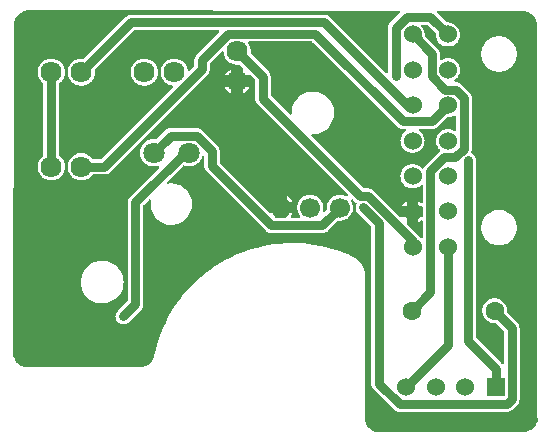
<source format=gbl>
G04 Layer: BottomLayer*
G04 EasyEDA v6.4.19.5, 2021-04-26T22:05:49--7:00*
G04 3865de02122e4a29b7e4d10c01c85813,debd25b7e7f645e7808fdd9718494454,10*
G04 Gerber Generator version 0.2*
G04 Scale: 100 percent, Rotated: No, Reflected: No *
G04 Dimensions in millimeters *
G04 leading zeros omitted , absolute positions ,4 integer and 5 decimal *
%FSLAX45Y45*%
%MOMM*%

%ADD11C,0.8000*%
%ADD12C,0.6100*%
%ADD16C,1.7000*%
%ADD17C,1.6000*%
%ADD18C,1.5240*%
%ADD20C,1.7880*%
%ADD21C,1.8000*%

%LPD*%
G36*
X9193123Y6262522D02*
G01*
X9189364Y6262928D01*
X9186062Y6264706D01*
X9178137Y6271056D01*
X9175800Y6273698D01*
X9169908Y6283401D01*
X9162999Y6291529D01*
X9075420Y6379159D01*
X9073235Y6382461D01*
X9072473Y6386322D01*
X9072473Y6445504D01*
X9013342Y6445504D01*
X9009430Y6446266D01*
X9006179Y6448450D01*
X8787130Y6667652D01*
X8779002Y6674612D01*
X8770213Y6679996D01*
X8760714Y6683908D01*
X8750706Y6686346D01*
X8740038Y6687159D01*
X8707272Y6687159D01*
X8703411Y6687972D01*
X8700109Y6690156D01*
X8261908Y7128357D01*
X8259673Y7131659D01*
X8258911Y7135622D01*
X8259775Y7139533D01*
X8262010Y7142835D01*
X8265414Y7145020D01*
X8269376Y7145680D01*
X8277910Y7145477D01*
X8296452Y7146899D01*
X8314740Y7150252D01*
X8332622Y7155434D01*
X8349843Y7162444D01*
X8366252Y7171181D01*
X8381695Y7181545D01*
X8395970Y7193483D01*
X8408924Y7206792D01*
X8420506Y7221372D01*
X8430463Y7237069D01*
X8438794Y7253731D01*
X8445347Y7271105D01*
X8450072Y7289088D01*
X8452967Y7307478D01*
X8453882Y7326020D01*
X8452967Y7344613D01*
X8450072Y7363002D01*
X8445347Y7380986D01*
X8438794Y7398359D01*
X8430463Y7415022D01*
X8420506Y7430719D01*
X8408924Y7445298D01*
X8395970Y7458608D01*
X8381695Y7470546D01*
X8366252Y7480909D01*
X8349843Y7489647D01*
X8332622Y7496657D01*
X8314740Y7501839D01*
X8296452Y7505192D01*
X8277910Y7506614D01*
X8259318Y7506157D01*
X8240877Y7503769D01*
X8222792Y7499502D01*
X8205216Y7493355D01*
X8188350Y7485481D01*
X8172399Y7475931D01*
X8157565Y7464755D01*
X8143900Y7452106D01*
X8131606Y7438136D01*
X8120837Y7422997D01*
X8111693Y7406792D01*
X8104225Y7389774D01*
X8098586Y7372045D01*
X8094776Y7353858D01*
X8092846Y7335367D01*
X8092846Y7321905D01*
X8092084Y7318044D01*
X8089900Y7314742D01*
X8086598Y7312558D01*
X8082686Y7311745D01*
X8078825Y7312558D01*
X8075523Y7314742D01*
X7920278Y7469987D01*
X7918094Y7473289D01*
X7917281Y7477150D01*
X7917281Y7629245D01*
X7916468Y7639913D01*
X7914081Y7649921D01*
X7910118Y7659420D01*
X7904734Y7668209D01*
X7897774Y7676337D01*
X7749540Y7824622D01*
X7747609Y7827264D01*
X7746644Y7830413D01*
X7747711Y7848600D01*
X7746847Y7863027D01*
X7744104Y7877200D01*
X7739634Y7890967D01*
X7733487Y7904022D01*
X7726121Y7915656D01*
X7724597Y7919720D01*
X7724952Y7924038D01*
X7727035Y7927797D01*
X7730490Y7930388D01*
X7734706Y7931302D01*
X8261705Y7931302D01*
X8265617Y7930489D01*
X8268868Y7928305D01*
X8986062Y7211415D01*
X8994190Y7204456D01*
X9002979Y7199071D01*
X9012478Y7195108D01*
X9022486Y7192721D01*
X9033154Y7191908D01*
X9052814Y7191908D01*
X9056878Y7191044D01*
X9060281Y7188606D01*
X9062415Y7185050D01*
X9062923Y7180935D01*
X9061754Y7176922D01*
X9059113Y7173772D01*
X9048597Y7165441D01*
X9039148Y7155688D01*
X9031071Y7144715D01*
X9024518Y7132777D01*
X9019641Y7120128D01*
X9016492Y7106869D01*
X9015120Y7093356D01*
X9015577Y7079742D01*
X9017863Y7066330D01*
X9021876Y7053325D01*
X9027617Y7040981D01*
X9034932Y7029551D01*
X9043720Y7019137D01*
X9053779Y7009993D01*
X9065006Y7002322D01*
X9077147Y6996175D01*
X9089999Y6991705D01*
X9103309Y6989013D01*
X9116923Y6988098D01*
X9130487Y6989013D01*
X9143796Y6991705D01*
X9156649Y6996175D01*
X9168790Y7002322D01*
X9180017Y7009993D01*
X9190075Y7019137D01*
X9198864Y7029551D01*
X9206179Y7040981D01*
X9211919Y7053325D01*
X9215932Y7066330D01*
X9218218Y7079742D01*
X9218676Y7093356D01*
X9217304Y7106869D01*
X9214154Y7120128D01*
X9209278Y7132777D01*
X9202724Y7144715D01*
X9194647Y7155688D01*
X9185198Y7165441D01*
X9174683Y7173772D01*
X9172041Y7176922D01*
X9170873Y7180935D01*
X9171381Y7185050D01*
X9173514Y7188606D01*
X9176918Y7191044D01*
X9180982Y7191908D01*
X9284055Y7191908D01*
X9294723Y7192721D01*
X9304731Y7195108D01*
X9314230Y7199071D01*
X9323019Y7204456D01*
X9331147Y7211415D01*
X9405162Y7285431D01*
X9408769Y7287717D01*
X9413036Y7288377D01*
X9416897Y7288123D01*
X9430461Y7288987D01*
X9443821Y7291730D01*
X9456674Y7296200D01*
X9468815Y7302296D01*
X9470339Y7303414D01*
X9474403Y7305040D01*
X9478772Y7304836D01*
X9482683Y7302753D01*
X9485325Y7299299D01*
X9486290Y7295032D01*
X9486290Y7184136D01*
X9485376Y7179970D01*
X9482886Y7176566D01*
X9479178Y7174433D01*
X9474962Y7174026D01*
X9470948Y7175398D01*
X9463735Y7179665D01*
X9451238Y7184948D01*
X9438081Y7188555D01*
X9424619Y7190384D01*
X9411004Y7190384D01*
X9397542Y7188555D01*
X9384436Y7184948D01*
X9371888Y7179665D01*
X9360204Y7172706D01*
X9349536Y7164273D01*
X9340037Y7154519D01*
X9332010Y7143546D01*
X9325457Y7131608D01*
X9320580Y7118959D01*
X9317431Y7105700D01*
X9316059Y7092188D01*
X9316516Y7078573D01*
X9318752Y7065162D01*
X9322816Y7052157D01*
X9328505Y7039813D01*
X9335820Y7028383D01*
X9344609Y7017969D01*
X9346742Y7016038D01*
X9349282Y7012584D01*
X9350095Y7008368D01*
X9349130Y7004202D01*
X9346539Y7000798D01*
X9339884Y6995058D01*
X9222079Y6877253D01*
X9215120Y6869175D01*
X9209125Y6859117D01*
X9206636Y6856374D01*
X9203385Y6854647D01*
X9199676Y6854240D01*
X9196120Y6855155D01*
X9193072Y6857288D01*
X9185198Y6865467D01*
X9174530Y6873900D01*
X9162846Y6880809D01*
X9150299Y6886143D01*
X9137192Y6889750D01*
X9123680Y6891528D01*
X9110116Y6891528D01*
X9096603Y6889750D01*
X9083497Y6886143D01*
X9070949Y6880809D01*
X9059265Y6873900D01*
X9048597Y6865467D01*
X9039148Y6855663D01*
X9031071Y6844741D01*
X9024518Y6832803D01*
X9019641Y6820103D01*
X9016492Y6806895D01*
X9015120Y6793331D01*
X9015577Y6779768D01*
X9017863Y6766306D01*
X9021876Y6753352D01*
X9027617Y6741007D01*
X9034932Y6729526D01*
X9043720Y6719163D01*
X9053779Y6710019D01*
X9065006Y6702298D01*
X9077147Y6696202D01*
X9089999Y6691731D01*
X9103309Y6688988D01*
X9116923Y6688124D01*
X9130487Y6688988D01*
X9143796Y6691731D01*
X9156649Y6696202D01*
X9168790Y6702298D01*
X9180017Y6710019D01*
X9185554Y6715048D01*
X9188907Y6717080D01*
X9192717Y6717690D01*
X9196527Y6716826D01*
X9199676Y6714591D01*
X9201810Y6711340D01*
X9202572Y6707530D01*
X9202572Y6572656D01*
X9201861Y6568948D01*
X9199829Y6565747D01*
X9196781Y6563512D01*
X9193174Y6562496D01*
X9189415Y6562953D01*
X9186062Y6564680D01*
X9174530Y6573875D01*
X9162846Y6580835D01*
X9161373Y6581444D01*
X9161373Y6534404D01*
X9192412Y6534404D01*
X9196273Y6533591D01*
X9199575Y6531406D01*
X9201759Y6528104D01*
X9202572Y6524244D01*
X9202572Y6455664D01*
X9201759Y6451752D01*
X9199575Y6448450D01*
X9196273Y6446266D01*
X9192412Y6445504D01*
X9161373Y6445504D01*
X9161373Y6398564D01*
X9168790Y6402324D01*
X9180017Y6409994D01*
X9185554Y6415074D01*
X9188907Y6417056D01*
X9192717Y6417665D01*
X9196527Y6416802D01*
X9199676Y6414566D01*
X9201810Y6411315D01*
X9202572Y6407505D01*
X9202572Y6272631D01*
X9201861Y6268923D01*
X9199829Y6265722D01*
X9196781Y6263487D01*
G37*

%LPC*%
G36*
X9025382Y6534404D02*
G01*
X9072473Y6534404D01*
X9072473Y6581444D01*
X9070949Y6580835D01*
X9059265Y6573875D01*
X9048597Y6565442D01*
X9039148Y6555689D01*
X9031071Y6544716D01*
G37*

%LPD*%
G36*
X8840165Y4620310D02*
G01*
X8824772Y4621225D01*
X8811006Y4623612D01*
X8797645Y4627524D01*
X8784793Y4632909D01*
X8772652Y4639716D01*
X8761323Y4647844D01*
X8750960Y4657191D01*
X8741714Y4667605D01*
X8733688Y4678984D01*
X8727033Y4691227D01*
X8721750Y4704130D01*
X8717940Y4717542D01*
X8715654Y4731308D01*
X8714892Y4745634D01*
X8714892Y5948273D01*
X8713927Y5966663D01*
X8710777Y5986119D01*
X8710015Y5989370D01*
X8705494Y6005118D01*
X8704376Y6008268D01*
X8698077Y6023457D01*
X8696604Y6026454D01*
X8688679Y6040780D01*
X8686901Y6043625D01*
X8677351Y6056985D01*
X8675268Y6059576D01*
X8664295Y6071819D01*
X8661958Y6074156D01*
X8649716Y6085078D01*
X8647074Y6087160D01*
X8633663Y6096609D01*
X8630869Y6098387D01*
X8614359Y6107328D01*
X8569655Y6127546D01*
X8524036Y6145987D01*
X8477707Y6162497D01*
X8430768Y6177076D01*
X8383270Y6189726D01*
X8335264Y6200394D01*
X8286851Y6209080D01*
X8238134Y6215735D01*
X8189214Y6220409D01*
X8140090Y6223101D01*
X8090916Y6223711D01*
X8041792Y6222339D01*
X7992719Y6218936D01*
X7943850Y6213500D01*
X7895234Y6206032D01*
X7846974Y6196584D01*
X7799171Y6185204D01*
X7751876Y6171793D01*
X7705140Y6156502D01*
X7659065Y6139281D01*
X7613751Y6120180D01*
X7569301Y6099200D01*
X7525715Y6076442D01*
X7483094Y6051905D01*
X7441539Y6025642D01*
X7401102Y5997651D01*
X7361834Y5968034D01*
X7323836Y5936843D01*
X7287158Y5904077D01*
X7251852Y5869889D01*
X7217968Y5834227D01*
X7185609Y5797194D01*
X7154824Y5758891D01*
X7125563Y5719368D01*
X7098030Y5678627D01*
X7072172Y5636818D01*
X7048042Y5593943D01*
X7025741Y5550154D01*
X7005218Y5505450D01*
X6986574Y5459984D01*
X6969810Y5413756D01*
X6954977Y5366867D01*
X6942074Y5319420D01*
X6931406Y5272836D01*
X6927342Y5257850D01*
X6922109Y5244744D01*
X6915403Y5232298D01*
X6907326Y5220665D01*
X6897979Y5210048D01*
X6887514Y5200548D01*
X6875983Y5192318D01*
X6863638Y5185410D01*
X6850583Y5180025D01*
X6836968Y5176113D01*
X6823049Y5173726D01*
X6808520Y5172913D01*
X5860694Y5172913D01*
X5845200Y5173878D01*
X5831484Y5176266D01*
X5818124Y5180177D01*
X5805271Y5185562D01*
X5793079Y5192369D01*
X5781751Y5200497D01*
X5771438Y5209794D01*
X5762193Y5220258D01*
X5754166Y5231638D01*
X5747461Y5243880D01*
X5742228Y5256784D01*
X5738418Y5270195D01*
X5736132Y5283911D01*
X5735370Y5298236D01*
X5740654Y8060232D01*
X5741822Y8068462D01*
X5742787Y8083803D01*
X5745175Y8097520D01*
X5749086Y8110931D01*
X5754471Y8123783D01*
X5761278Y8135924D01*
X5769406Y8147253D01*
X5778703Y8157616D01*
X5789168Y8166862D01*
X5800547Y8174837D01*
X5812790Y8181543D01*
X5825693Y8186826D01*
X5839104Y8190636D01*
X5852871Y8192871D01*
X5867349Y8193684D01*
X5875782Y8194852D01*
X9002064Y8192363D01*
X9005976Y8191550D01*
X9009227Y8189366D01*
X9011462Y8186064D01*
X9012224Y8182203D01*
X9011462Y8178292D01*
X9009227Y8174990D01*
X8928455Y8094167D01*
X8921496Y8086039D01*
X8916111Y8077250D01*
X8912148Y8067751D01*
X8909761Y8057743D01*
X8908948Y8047075D01*
X8908948Y7669936D01*
X8908135Y7666024D01*
X8905951Y7662773D01*
X8902649Y7660538D01*
X8898788Y7659776D01*
X8894876Y7660538D01*
X8891574Y7662773D01*
X8414969Y8139328D01*
X8406841Y8146288D01*
X8398052Y8151672D01*
X8388553Y8155635D01*
X8378545Y8158022D01*
X8367877Y8158835D01*
X6734708Y8158835D01*
X6724040Y8158022D01*
X6714032Y8155635D01*
X6704533Y8151672D01*
X6695744Y8146288D01*
X6687616Y8139328D01*
X6335877Y7787640D01*
X6333236Y7785709D01*
X6330086Y7784744D01*
X6311900Y7785811D01*
X6297472Y7784947D01*
X6283299Y7782204D01*
X6269532Y7777734D01*
X6256477Y7771587D01*
X6244285Y7763865D01*
X6233160Y7754670D01*
X6223254Y7744104D01*
X6214770Y7732420D01*
X6207810Y7719771D01*
X6202476Y7706359D01*
X6198920Y7692339D01*
X6197092Y7678013D01*
X6197092Y7663586D01*
X6198920Y7649260D01*
X6202476Y7635240D01*
X6207810Y7621828D01*
X6214770Y7609179D01*
X6223254Y7597495D01*
X6233160Y7586929D01*
X6244285Y7577734D01*
X6256477Y7570012D01*
X6269532Y7563866D01*
X6283299Y7559395D01*
X6297472Y7556652D01*
X6311900Y7555788D01*
X6326327Y7556652D01*
X6340500Y7559395D01*
X6354267Y7563866D01*
X6367322Y7570012D01*
X6379514Y7577734D01*
X6390640Y7586929D01*
X6400546Y7597495D01*
X6409029Y7609179D01*
X6415989Y7621828D01*
X6421323Y7635240D01*
X6424879Y7649260D01*
X6426708Y7663586D01*
X6426708Y7678013D01*
X6425692Y7686192D01*
X6425742Y7689240D01*
X6426758Y7692136D01*
X6428587Y7694625D01*
X6758533Y8024571D01*
X6761835Y8026755D01*
X6765696Y8027568D01*
X7472019Y8027568D01*
X7475931Y8026755D01*
X7479182Y8024571D01*
X7481417Y8021269D01*
X7482179Y8017408D01*
X7481417Y8013496D01*
X7479182Y8010194D01*
X7287869Y7818831D01*
X7280909Y7810703D01*
X7275525Y7801914D01*
X7271562Y7792415D01*
X7269175Y7782407D01*
X7268362Y7771739D01*
X7268362Y7728610D01*
X7267549Y7724749D01*
X7265365Y7721447D01*
X7229652Y7685735D01*
X7225842Y7683347D01*
X7221372Y7682788D01*
X7217156Y7684262D01*
X7213904Y7687411D01*
X7212279Y7692339D01*
X7208723Y7706359D01*
X7203389Y7719771D01*
X7196429Y7732420D01*
X7187946Y7744104D01*
X7178040Y7754670D01*
X7166914Y7763865D01*
X7154722Y7771587D01*
X7141667Y7777734D01*
X7127900Y7782204D01*
X7113727Y7784947D01*
X7099300Y7785811D01*
X7084872Y7784947D01*
X7070699Y7782204D01*
X7056932Y7777734D01*
X7043877Y7771587D01*
X7031685Y7763865D01*
X7020559Y7754670D01*
X7010653Y7744104D01*
X7002170Y7732420D01*
X6995210Y7719771D01*
X6989876Y7706359D01*
X6986320Y7692339D01*
X6984492Y7678013D01*
X6984492Y7663586D01*
X6986320Y7649260D01*
X6989876Y7635240D01*
X6995210Y7621828D01*
X7002170Y7609179D01*
X7010653Y7597495D01*
X7020559Y7586929D01*
X7031685Y7577734D01*
X7043877Y7570012D01*
X7056932Y7563866D01*
X7070699Y7559395D01*
X7079234Y7557770D01*
X7083247Y7556042D01*
X7086193Y7552791D01*
X7087463Y7548575D01*
X7086853Y7544257D01*
X7084517Y7540599D01*
X6483248Y6939330D01*
X6479946Y6937146D01*
X6476085Y6936333D01*
X6411264Y6936333D01*
X6408166Y6936841D01*
X6405321Y6938314D01*
X6403086Y6940550D01*
X6400546Y6944004D01*
X6390640Y6954570D01*
X6379514Y6963765D01*
X6367322Y6971487D01*
X6354267Y6977634D01*
X6340500Y6982104D01*
X6326327Y6984847D01*
X6311900Y6985711D01*
X6297472Y6984847D01*
X6283299Y6982104D01*
X6269532Y6977634D01*
X6256477Y6971487D01*
X6244285Y6963765D01*
X6233160Y6954570D01*
X6223254Y6944004D01*
X6214770Y6932320D01*
X6207810Y6919671D01*
X6202476Y6906259D01*
X6198920Y6892239D01*
X6197092Y6877913D01*
X6197092Y6863486D01*
X6198920Y6849160D01*
X6202476Y6835140D01*
X6207810Y6821728D01*
X6214770Y6809079D01*
X6223254Y6797395D01*
X6233160Y6786829D01*
X6244285Y6777634D01*
X6256477Y6769912D01*
X6269532Y6763766D01*
X6283299Y6759295D01*
X6297472Y6756552D01*
X6311900Y6755688D01*
X6326327Y6756552D01*
X6340500Y6759295D01*
X6354267Y6763766D01*
X6367322Y6769912D01*
X6379514Y6777634D01*
X6390640Y6786829D01*
X6400546Y6797395D01*
X6403086Y6800850D01*
X6405321Y6803085D01*
X6408166Y6804558D01*
X6411264Y6805066D01*
X6507073Y6805066D01*
X6517741Y6805879D01*
X6527749Y6808266D01*
X6537248Y6812229D01*
X6546037Y6817614D01*
X6554165Y6824573D01*
X7380122Y7650530D01*
X7387081Y7658658D01*
X7392466Y7667447D01*
X7396429Y7676946D01*
X7398816Y7686954D01*
X7399629Y7697622D01*
X7399629Y7740751D01*
X7400442Y7744612D01*
X7402626Y7747914D01*
X7500924Y7846212D01*
X7504125Y7848346D01*
X7507884Y7849158D01*
X7511694Y7848549D01*
X7514945Y7846517D01*
X7517282Y7843418D01*
X7518247Y7839659D01*
X7518552Y7834172D01*
X7521295Y7819999D01*
X7525766Y7806232D01*
X7531912Y7793177D01*
X7539634Y7780985D01*
X7548829Y7769859D01*
X7559395Y7759953D01*
X7571079Y7751470D01*
X7583728Y7744510D01*
X7597140Y7739176D01*
X7611160Y7735620D01*
X7625486Y7733792D01*
X7639913Y7733792D01*
X7648092Y7734808D01*
X7651140Y7734757D01*
X7654036Y7733741D01*
X7656525Y7731912D01*
X7680756Y7707680D01*
X7682992Y7704378D01*
X7683753Y7700518D01*
X7683753Y7645653D01*
X7738618Y7645653D01*
X7742478Y7644892D01*
X7745780Y7642656D01*
X7783017Y7605420D01*
X7785201Y7602118D01*
X7786014Y7598257D01*
X7786014Y7446162D01*
X7786827Y7435494D01*
X7789214Y7425486D01*
X7793177Y7415987D01*
X7798562Y7407198D01*
X7805521Y7399070D01*
X8569350Y6635242D01*
X8571636Y6631686D01*
X8572296Y6627520D01*
X8571179Y6623405D01*
X8568537Y6620154D01*
X8564778Y6618224D01*
X8560562Y6618020D01*
X8555685Y6620154D01*
X8542883Y6626301D01*
X8529421Y6630771D01*
X8515502Y6633464D01*
X8501380Y6634378D01*
X8487257Y6633464D01*
X8473338Y6630771D01*
X8459876Y6626301D01*
X8447074Y6620154D01*
X8435187Y6612381D01*
X8424418Y6603187D01*
X8414867Y6592722D01*
X8406790Y6581089D01*
X8400237Y6568541D01*
X8395309Y6555231D01*
X8392160Y6541414D01*
X8390788Y6527292D01*
X8391347Y6509308D01*
X8390382Y6506311D01*
X8388502Y6503720D01*
X8376462Y6491681D01*
X8372957Y6489395D01*
X8368741Y6488734D01*
X8364677Y6489852D01*
X8361375Y6492494D01*
X8359495Y6496253D01*
X8359292Y6500520D01*
X8361324Y6513118D01*
X8361781Y6527292D01*
X8360409Y6541414D01*
X8357260Y6555231D01*
X8352332Y6568541D01*
X8345779Y6581089D01*
X8337702Y6592722D01*
X8328152Y6603187D01*
X8317382Y6612381D01*
X8305495Y6620154D01*
X8292693Y6626301D01*
X8279231Y6630771D01*
X8265312Y6633464D01*
X8251190Y6634378D01*
X8237067Y6633464D01*
X8223148Y6630771D01*
X8209686Y6626301D01*
X8196884Y6620154D01*
X8184997Y6612381D01*
X8174228Y6603187D01*
X8164677Y6592722D01*
X8156600Y6581089D01*
X8150047Y6568541D01*
X8145119Y6555231D01*
X8141970Y6541414D01*
X8140598Y6527292D01*
X8141055Y6513118D01*
X8143341Y6499098D01*
X8147354Y6485534D01*
X8153095Y6472580D01*
X8160461Y6460439D01*
X8164169Y6455765D01*
X8165947Y6452412D01*
X8166353Y6448653D01*
X8165388Y6445046D01*
X8163153Y6441998D01*
X8159953Y6439966D01*
X8156244Y6439255D01*
X8096199Y6439255D01*
X8092490Y6439966D01*
X8089290Y6441998D01*
X8087055Y6445046D01*
X8086090Y6448653D01*
X8086496Y6452412D01*
X8088274Y6455765D01*
X8091982Y6460439D01*
X8099348Y6472580D01*
X8100364Y6474866D01*
X8050123Y6474866D01*
X8050123Y6449415D01*
X8049310Y6445554D01*
X8047126Y6442252D01*
X8043824Y6440068D01*
X8039963Y6439255D01*
X7962544Y6439255D01*
X7958683Y6440068D01*
X7955381Y6442252D01*
X7953197Y6445554D01*
X7952384Y6449415D01*
X7952384Y6474866D01*
X7918043Y6474866D01*
X7914182Y6475679D01*
X7910880Y6477863D01*
X7487970Y6900773D01*
X7485786Y6904075D01*
X7484973Y6907936D01*
X7484973Y7003135D01*
X7484160Y7013803D01*
X7481773Y7023811D01*
X7477810Y7033310D01*
X7472425Y7042099D01*
X7465466Y7050227D01*
X7335215Y7180478D01*
X7327087Y7187438D01*
X7318298Y7192822D01*
X7308799Y7196785D01*
X7298791Y7199172D01*
X7288123Y7199985D01*
X7070496Y7199985D01*
X7059879Y7199172D01*
X7049871Y7196785D01*
X7040372Y7192822D01*
X7031583Y7187488D01*
X7023404Y7180529D01*
X6948170Y7105396D01*
X6945680Y7103618D01*
X6942785Y7102602D01*
X6939737Y7102500D01*
X6931152Y7103618D01*
X6916623Y7103618D01*
X6902246Y7101789D01*
X6888175Y7098182D01*
X6874662Y7092848D01*
X6861962Y7085838D01*
X6850176Y7077303D01*
X6839610Y7067346D01*
X6830364Y7056170D01*
X6822592Y7043928D01*
X6816394Y7030770D01*
X6811924Y7016953D01*
X6809181Y7002678D01*
X6808266Y6988200D01*
X6809181Y6973722D01*
X6811924Y6959447D01*
X6816394Y6945630D01*
X6822592Y6932472D01*
X6830364Y6920230D01*
X6839610Y6909053D01*
X6850176Y6899097D01*
X6861962Y6890562D01*
X6874662Y6883552D01*
X6888175Y6878218D01*
X6902246Y6874611D01*
X6916623Y6872782D01*
X6931152Y6872782D01*
X6945579Y6874611D01*
X6958279Y6877862D01*
X6962698Y6878015D01*
X6966712Y6876338D01*
X6969658Y6873087D01*
X6970979Y6868871D01*
X6970369Y6864553D01*
X6968032Y6860844D01*
X6724446Y6617157D01*
X6717538Y6609029D01*
X6712153Y6600240D01*
X6708190Y6590741D01*
X6705803Y6580733D01*
X6704990Y6570065D01*
X6704990Y5736285D01*
X6704177Y5732424D01*
X6701993Y5729122D01*
X6621424Y5648756D01*
X6614464Y5640628D01*
X6609080Y5631840D01*
X6605117Y5622340D01*
X6602679Y5612333D01*
X6601866Y5602071D01*
X6602679Y5591759D01*
X6605066Y5581751D01*
X6608978Y5572252D01*
X6614363Y5563463D01*
X6621018Y5555640D01*
X6628841Y5548934D01*
X6637629Y5543550D01*
X6647129Y5539587D01*
X6657136Y5537149D01*
X6667398Y5536336D01*
X6677710Y5537149D01*
X6687718Y5539536D01*
X6697218Y5543448D01*
X6706006Y5548833D01*
X6714134Y5555792D01*
X6816699Y5658053D01*
X6823659Y5666181D01*
X6829044Y5674969D01*
X6833006Y5684469D01*
X6835444Y5694476D01*
X6836257Y5705246D01*
X6836257Y6539077D01*
X6837070Y6542989D01*
X6839254Y6546240D01*
X6883400Y6590487D01*
X6887057Y6592773D01*
X6891324Y6593433D01*
X6895439Y6592214D01*
X6898690Y6589420D01*
X6900519Y6585508D01*
X6900367Y6580225D01*
X6898487Y6562242D01*
X6898487Y6544157D01*
X6900367Y6526174D01*
X6904075Y6508445D01*
X6909562Y6491224D01*
X6916775Y6474663D01*
X6925716Y6458915D01*
X6936181Y6444183D01*
X6948119Y6430619D01*
X6961378Y6418326D01*
X6975856Y6407454D01*
X6991350Y6398158D01*
X7007707Y6390487D01*
X7024827Y6384544D01*
X7042403Y6380429D01*
X7060336Y6378092D01*
X7078421Y6377635D01*
X7096455Y6379006D01*
X7114235Y6382258D01*
X7131608Y6387287D01*
X7148372Y6394145D01*
X7164324Y6402628D01*
X7179309Y6412738D01*
X7193229Y6424320D01*
X7205827Y6437274D01*
X7217054Y6451447D01*
X7226757Y6466687D01*
X7234834Y6482842D01*
X7241235Y6499809D01*
X7245807Y6517284D01*
X7248601Y6535115D01*
X7249515Y6553200D01*
X7248601Y6571234D01*
X7245807Y6589115D01*
X7241235Y6606590D01*
X7234834Y6623558D01*
X7226757Y6639712D01*
X7217054Y6654952D01*
X7205827Y6669125D01*
X7193229Y6682079D01*
X7179309Y6693662D01*
X7164324Y6703771D01*
X7148372Y6712254D01*
X7131608Y6719112D01*
X7114235Y6724142D01*
X7096455Y6727393D01*
X7078421Y6728764D01*
X7060336Y6728307D01*
X7044944Y6726326D01*
X7040778Y6726631D01*
X7037070Y6728612D01*
X7034530Y6731914D01*
X7033463Y6735978D01*
X7034174Y6740093D01*
X7036460Y6743598D01*
X7171131Y6878370D01*
X7174382Y6880555D01*
X7178243Y6881368D01*
X7182103Y6880656D01*
X7188149Y6878218D01*
X7202220Y6874611D01*
X7216648Y6872782D01*
X7231176Y6872782D01*
X7245553Y6874611D01*
X7259624Y6878218D01*
X7273137Y6883552D01*
X7285837Y6890562D01*
X7297623Y6899097D01*
X7308189Y6909053D01*
X7317435Y6920230D01*
X7325207Y6932472D01*
X7331405Y6945630D01*
X7333843Y6953148D01*
X7335875Y6956704D01*
X7339126Y6959193D01*
X7343089Y6960158D01*
X7347102Y6959549D01*
X7350556Y6957364D01*
X7352893Y6954012D01*
X7353706Y6950049D01*
X7353706Y6876948D01*
X7354519Y6866280D01*
X7356906Y6856272D01*
X7360869Y6846773D01*
X7366253Y6837984D01*
X7373213Y6829856D01*
X7875574Y6327495D01*
X7883702Y6320536D01*
X7892491Y6315151D01*
X7901990Y6311188D01*
X7911998Y6308801D01*
X7922666Y6307988D01*
X8350859Y6307988D01*
X8361527Y6308801D01*
X8371535Y6311188D01*
X8381034Y6315151D01*
X8389823Y6320536D01*
X8397951Y6327495D01*
X8481466Y6411010D01*
X8483955Y6412839D01*
X8486902Y6413804D01*
X8489950Y6413906D01*
X8494268Y6413347D01*
X8508492Y6413347D01*
X8522512Y6415125D01*
X8536228Y6418732D01*
X8549386Y6424066D01*
X8561730Y6431026D01*
X8573109Y6439509D01*
X8583269Y6449364D01*
X8592108Y6460439D01*
X8599474Y6472580D01*
X8605215Y6485534D01*
X8609228Y6499098D01*
X8611514Y6513118D01*
X8611971Y6527292D01*
X8610600Y6541414D01*
X8607450Y6555231D01*
X8602522Y6568541D01*
X8596630Y6579819D01*
X8595512Y6583781D01*
X8596020Y6587845D01*
X8598103Y6591350D01*
X8601405Y6593789D01*
X8605367Y6594703D01*
X8609431Y6593992D01*
X8612835Y6591706D01*
X8629192Y6575399D01*
X8640572Y6565696D01*
X8642248Y6562547D01*
X8642756Y6558991D01*
X8641994Y6555536D01*
X8637828Y6545529D01*
X8635441Y6535521D01*
X8634628Y6525259D01*
X8635441Y6514998D01*
X8637828Y6504990D01*
X8641791Y6495491D01*
X8647176Y6486702D01*
X8654135Y6478574D01*
X8765235Y6367424D01*
X8767419Y6364122D01*
X8768232Y6360261D01*
X8768232Y5034178D01*
X8769045Y5023510D01*
X8771432Y5013502D01*
X8775395Y5004003D01*
X8780780Y4995214D01*
X8787739Y4987086D01*
X8960916Y4813909D01*
X8969044Y4806950D01*
X8977833Y4801565D01*
X8987332Y4797602D01*
X8997340Y4795215D01*
X9008008Y4794402D01*
X9913467Y4794402D01*
X9924135Y4795215D01*
X9934143Y4797602D01*
X9943642Y4801565D01*
X9952431Y4806950D01*
X9960559Y4813909D01*
X10003434Y4856784D01*
X10010394Y4864912D01*
X10015778Y4873701D01*
X10019741Y4883200D01*
X10022128Y4893208D01*
X10022941Y4903876D01*
X10022941Y5505297D01*
X10022128Y5515965D01*
X10019741Y5525973D01*
X10015778Y5535472D01*
X10010394Y5544261D01*
X10003434Y5552389D01*
X9919614Y5636260D01*
X9917277Y5639816D01*
X9916668Y5644083D01*
X9917176Y5651500D01*
X9916261Y5665266D01*
X9913569Y5678830D01*
X9909098Y5691936D01*
X9903002Y5704332D01*
X9895332Y5715812D01*
X9886238Y5726176D01*
X9875824Y5735320D01*
X9864344Y5742990D01*
X9851948Y5749086D01*
X9838842Y5753557D01*
X9825329Y5756249D01*
X9811512Y5757113D01*
X9797745Y5756249D01*
X9784181Y5753557D01*
X9771126Y5749086D01*
X9758730Y5742990D01*
X9747199Y5735320D01*
X9736836Y5726176D01*
X9727742Y5715812D01*
X9720021Y5704332D01*
X9713925Y5691936D01*
X9709505Y5678830D01*
X9706813Y5665266D01*
X9705898Y5651500D01*
X9706813Y5637733D01*
X9709505Y5624169D01*
X9713925Y5611063D01*
X9720021Y5598668D01*
X9727742Y5587187D01*
X9736836Y5576824D01*
X9747199Y5567680D01*
X9758730Y5560009D01*
X9771126Y5553913D01*
X9784181Y5549442D01*
X9797745Y5546750D01*
X9811512Y5545886D01*
X9818928Y5546344D01*
X9823145Y5545734D01*
X9826752Y5543397D01*
X9888677Y5481472D01*
X9890861Y5478170D01*
X9891674Y5474309D01*
X9891674Y5207050D01*
X9890810Y5203037D01*
X9888474Y5199684D01*
X9885019Y5197551D01*
X9880955Y5196890D01*
X9876993Y5197957D01*
X9873792Y5200446D01*
X9867544Y5207711D01*
X9658654Y5416397D01*
X9656470Y5419699D01*
X9655657Y5423611D01*
X9655657Y6924649D01*
X9654844Y6935317D01*
X9652457Y6945325D01*
X9648494Y6954824D01*
X9643110Y6963613D01*
X9636404Y6971436D01*
X9628581Y6978142D01*
X9619792Y6983526D01*
X9617811Y6984339D01*
X9614509Y6986574D01*
X9612274Y6989876D01*
X9611512Y6993788D01*
X9612325Y6997649D01*
X9614306Y7002475D01*
X9616744Y7012482D01*
X9617557Y7023252D01*
X9617557Y7453985D01*
X9616744Y7464653D01*
X9614357Y7474661D01*
X9610394Y7484160D01*
X9605010Y7492949D01*
X9598050Y7501077D01*
X9529775Y7569352D01*
X9521647Y7576312D01*
X9512858Y7581696D01*
X9503359Y7585659D01*
X9493402Y7588046D01*
X9481261Y7588910D01*
X9477248Y7590028D01*
X9474047Y7592669D01*
X9472168Y7596378D01*
X9471914Y7600543D01*
X9473336Y7604404D01*
X9476232Y7607401D01*
X9479991Y7609992D01*
X9490100Y7619136D01*
X9498888Y7629550D01*
X9506204Y7640980D01*
X9511944Y7653324D01*
X9515957Y7666329D01*
X9518243Y7679740D01*
X9518650Y7693355D01*
X9517329Y7706868D01*
X9514179Y7720126D01*
X9509252Y7732775D01*
X9502749Y7744714D01*
X9494672Y7755686D01*
X9485223Y7765440D01*
X9474555Y7773873D01*
X9462820Y7780832D01*
X9450324Y7786116D01*
X9437166Y7789722D01*
X9423704Y7791551D01*
X9410090Y7791551D01*
X9396628Y7789722D01*
X9383522Y7786116D01*
X9370974Y7780832D01*
X9365437Y7777530D01*
X9361424Y7776209D01*
X9357207Y7776616D01*
X9353499Y7778699D01*
X9351010Y7782153D01*
X9350095Y7786268D01*
X9350095Y7822031D01*
X9349282Y7832699D01*
X9346895Y7842707D01*
X9342932Y7852206D01*
X9337548Y7860995D01*
X9330588Y7869123D01*
X9221419Y7978190D01*
X9219133Y7981645D01*
X9218422Y7985709D01*
X9218676Y7993329D01*
X9217304Y8006892D01*
X9214154Y8020100D01*
X9209278Y8032800D01*
X9202724Y8044738D01*
X9194292Y8056067D01*
X9192158Y8059369D01*
X9191447Y8063230D01*
X9192260Y8067090D01*
X9194495Y8070342D01*
X9197746Y8072526D01*
X9201607Y8073288D01*
X9236303Y8073288D01*
X9240164Y8072475D01*
X9243466Y8070291D01*
X9312198Y8001558D01*
X9314586Y7997799D01*
X9315145Y7993329D01*
X9315602Y7979765D01*
X9317837Y7966354D01*
X9321850Y7953349D01*
X9327591Y7941005D01*
X9334906Y7929524D01*
X9343694Y7919161D01*
X9353804Y7910017D01*
X9364980Y7902295D01*
X9377121Y7896199D01*
X9389973Y7891729D01*
X9403334Y7889036D01*
X9416897Y7888122D01*
X9430461Y7889036D01*
X9443821Y7891729D01*
X9456674Y7896199D01*
X9468815Y7902295D01*
X9479991Y7910017D01*
X9490100Y7919161D01*
X9498888Y7929524D01*
X9506204Y7941005D01*
X9511944Y7953349D01*
X9515957Y7966354D01*
X9518243Y7979765D01*
X9518650Y7993329D01*
X9517329Y8006892D01*
X9514179Y8020100D01*
X9509252Y8032800D01*
X9502749Y8044738D01*
X9494672Y8055660D01*
X9485223Y8065465D01*
X9474555Y8073898D01*
X9462820Y8080806D01*
X9450324Y8086140D01*
X9437166Y8089747D01*
X9423704Y8091525D01*
X9412122Y8091525D01*
X9408261Y8092287D01*
X9404959Y8094522D01*
X9324746Y8174736D01*
X9322511Y8178038D01*
X9321749Y8181898D01*
X9322562Y8185810D01*
X9324746Y8189112D01*
X9328048Y8191296D01*
X9331909Y8192058D01*
X10030256Y8191500D01*
X10035032Y8190382D01*
X10041382Y8189518D01*
X10057079Y8189214D01*
X10071252Y8187283D01*
X10085120Y8183778D01*
X10098532Y8178647D01*
X10111232Y8172043D01*
X10123068Y8164017D01*
X10133888Y8154670D01*
X10143591Y8144103D01*
X10152024Y8132572D01*
X10159085Y8120075D01*
X10164622Y8106867D01*
X10168636Y8093151D01*
X10171023Y8079028D01*
X10172446Y8051038D01*
X10172446Y4763109D01*
X10173258Y4756505D01*
X10174935Y4751425D01*
X10177170Y4746599D01*
X10177881Y4744262D01*
X10178034Y4741824D01*
X10177576Y4734712D01*
X10175189Y4720996D01*
X10171277Y4707585D01*
X10165892Y4694732D01*
X10159085Y4682591D01*
X10150957Y4671263D01*
X10141610Y4660900D01*
X10131196Y4651654D01*
X10119766Y4643678D01*
X10107574Y4636973D01*
X10094671Y4631690D01*
X10081260Y4627880D01*
X10067493Y4625644D01*
X10053218Y4624832D01*
X10048494Y4624120D01*
X10043363Y4623003D01*
G37*

%LPC*%
G36*
X6494373Y5712206D02*
G01*
X6512915Y5713628D01*
X6531203Y5716981D01*
X6549034Y5722162D01*
X6566255Y5729173D01*
X6582714Y5737910D01*
X6598107Y5748324D01*
X6612381Y5760212D01*
X6625386Y5773572D01*
X6636918Y5788152D01*
X6646925Y5803849D01*
X6655206Y5820460D01*
X6661810Y5837885D01*
X6666534Y5855868D01*
X6669379Y5874207D01*
X6670344Y5892800D01*
X6669379Y5911392D01*
X6666534Y5929731D01*
X6661810Y5947714D01*
X6655206Y5965139D01*
X6646925Y5981750D01*
X6636918Y5997448D01*
X6625386Y6012027D01*
X6612381Y6025388D01*
X6598107Y6037275D01*
X6582714Y6047689D01*
X6566255Y6056426D01*
X6549034Y6063437D01*
X6531203Y6068618D01*
X6512915Y6071920D01*
X6494373Y6073394D01*
X6475780Y6072886D01*
X6457289Y6070498D01*
X6439204Y6066231D01*
X6421628Y6060135D01*
X6404813Y6052261D01*
X6388862Y6042660D01*
X6373977Y6031534D01*
X6360312Y6018885D01*
X6348069Y6004915D01*
X6337300Y5989726D01*
X6328105Y5973572D01*
X6320688Y5956503D01*
X6314998Y5938824D01*
X6311188Y5920587D01*
X6309309Y5902096D01*
X6309309Y5883503D01*
X6311188Y5865012D01*
X6314998Y5846775D01*
X6320688Y5829096D01*
X6328105Y5812028D01*
X6337300Y5795873D01*
X6348069Y5780684D01*
X6360312Y5766714D01*
X6373977Y5754065D01*
X6388862Y5742940D01*
X6404813Y5733338D01*
X6421628Y5725464D01*
X6439204Y5719368D01*
X6457289Y5715101D01*
X6475780Y5712714D01*
G37*
G36*
X9849358Y6204254D02*
G01*
X9866223Y6205220D01*
X9882835Y6208064D01*
X9899091Y6212738D01*
X9914686Y6219190D01*
X9929469Y6227368D01*
X9943236Y6237122D01*
X9955834Y6248400D01*
X9967112Y6260998D01*
X9976866Y6274765D01*
X9985044Y6289548D01*
X9991496Y6305143D01*
X9996170Y6321399D01*
X9999014Y6338011D01*
X9999980Y6354876D01*
X9999014Y6371793D01*
X9996170Y6388404D01*
X9991496Y6404660D01*
X9985044Y6420256D01*
X9976866Y6435039D01*
X9967112Y6448806D01*
X9955834Y6461404D01*
X9943236Y6472682D01*
X9929469Y6482435D01*
X9914686Y6490614D01*
X9899091Y6497066D01*
X9882835Y6501739D01*
X9866223Y6504584D01*
X9849358Y6505549D01*
X9832441Y6504584D01*
X9815830Y6501739D01*
X9799574Y6497066D01*
X9783978Y6490614D01*
X9769195Y6482435D01*
X9755428Y6472682D01*
X9742830Y6461404D01*
X9731552Y6448806D01*
X9721799Y6435039D01*
X9713620Y6420256D01*
X9707168Y6404660D01*
X9702495Y6388404D01*
X9699650Y6371793D01*
X9698685Y6354876D01*
X9699650Y6338011D01*
X9702495Y6321399D01*
X9707168Y6305143D01*
X9713620Y6289548D01*
X9721799Y6274765D01*
X9731552Y6260998D01*
X9742830Y6248400D01*
X9755428Y6237122D01*
X9769195Y6227368D01*
X9783978Y6219190D01*
X9799574Y6212738D01*
X9815830Y6208064D01*
X9832441Y6205220D01*
G37*
G36*
X7902194Y6572605D02*
G01*
X7952384Y6572605D01*
X7952384Y6622745D01*
X7946948Y6620154D01*
X7935061Y6612381D01*
X7924292Y6603187D01*
X7914741Y6592722D01*
X7906664Y6581089D01*
G37*
G36*
X8050123Y6572605D02*
G01*
X8100314Y6572605D01*
X8095843Y6581089D01*
X8087766Y6592722D01*
X8078216Y6603187D01*
X8067446Y6612381D01*
X8055559Y6620154D01*
X8050123Y6622745D01*
G37*
G36*
X6057900Y6755688D02*
G01*
X6072327Y6756552D01*
X6086500Y6759295D01*
X6100267Y6763766D01*
X6113322Y6769912D01*
X6125514Y6777634D01*
X6136640Y6786829D01*
X6146546Y6797395D01*
X6155029Y6809079D01*
X6161989Y6821728D01*
X6167323Y6835140D01*
X6170879Y6849160D01*
X6172708Y6863486D01*
X6172708Y6877913D01*
X6170879Y6892239D01*
X6167323Y6906259D01*
X6161989Y6919671D01*
X6155029Y6932320D01*
X6146546Y6944004D01*
X6136640Y6954570D01*
X6127242Y6962343D01*
X6124498Y6965848D01*
X6123533Y6970166D01*
X6123533Y7571333D01*
X6124498Y7575651D01*
X6127242Y7579156D01*
X6136640Y7586929D01*
X6146546Y7597495D01*
X6155029Y7609179D01*
X6161989Y7621828D01*
X6167323Y7635240D01*
X6170879Y7649260D01*
X6172708Y7663586D01*
X6172708Y7678013D01*
X6170879Y7692339D01*
X6167323Y7706359D01*
X6161989Y7719771D01*
X6155029Y7732420D01*
X6146546Y7744104D01*
X6136640Y7754670D01*
X6125514Y7763865D01*
X6113322Y7771587D01*
X6100267Y7777734D01*
X6086500Y7782204D01*
X6072327Y7784947D01*
X6057900Y7785811D01*
X6043472Y7784947D01*
X6029299Y7782204D01*
X6015532Y7777734D01*
X6002477Y7771587D01*
X5990285Y7763865D01*
X5979160Y7754670D01*
X5969254Y7744104D01*
X5960770Y7732420D01*
X5953810Y7719771D01*
X5948476Y7706359D01*
X5944920Y7692339D01*
X5943092Y7678013D01*
X5943092Y7663586D01*
X5944920Y7649260D01*
X5948476Y7635240D01*
X5953810Y7621828D01*
X5960770Y7609179D01*
X5969254Y7597495D01*
X5979160Y7586929D01*
X5988558Y7579156D01*
X5991301Y7575651D01*
X5992266Y7571333D01*
X5992266Y6970166D01*
X5991301Y6965848D01*
X5988558Y6962343D01*
X5979160Y6954570D01*
X5969254Y6944004D01*
X5960770Y6932320D01*
X5953810Y6919671D01*
X5948476Y6906259D01*
X5944920Y6892239D01*
X5943092Y6877913D01*
X5943092Y6863486D01*
X5944920Y6849160D01*
X5948476Y6835140D01*
X5953810Y6821728D01*
X5960770Y6809079D01*
X5969254Y6797395D01*
X5979160Y6786829D01*
X5990285Y6777634D01*
X6002477Y6769912D01*
X6015532Y6763766D01*
X6029299Y6759295D01*
X6043472Y6756552D01*
G37*
G36*
X7581646Y7491628D02*
G01*
X7581646Y7543546D01*
X7529830Y7543546D01*
X7531912Y7539177D01*
X7539634Y7526985D01*
X7548829Y7515859D01*
X7559395Y7505953D01*
X7571079Y7497470D01*
G37*
G36*
X7683753Y7491628D02*
G01*
X7694320Y7497470D01*
X7706004Y7505953D01*
X7716570Y7515859D01*
X7725765Y7526985D01*
X7733487Y7539177D01*
X7735570Y7543546D01*
X7683753Y7543546D01*
G37*
G36*
X6845300Y7555788D02*
G01*
X6859727Y7556652D01*
X6873900Y7559395D01*
X6887667Y7563866D01*
X6900722Y7570012D01*
X6912914Y7577734D01*
X6924040Y7586929D01*
X6933946Y7597495D01*
X6942429Y7609179D01*
X6949389Y7621828D01*
X6954723Y7635240D01*
X6958279Y7649260D01*
X6960108Y7663586D01*
X6960108Y7678013D01*
X6958279Y7692339D01*
X6954723Y7706359D01*
X6949389Y7719771D01*
X6942429Y7732420D01*
X6933946Y7744104D01*
X6924040Y7754670D01*
X6912914Y7763865D01*
X6900722Y7771587D01*
X6887667Y7777734D01*
X6873900Y7782204D01*
X6859727Y7784947D01*
X6845300Y7785811D01*
X6830872Y7784947D01*
X6816699Y7782204D01*
X6802932Y7777734D01*
X6789877Y7771587D01*
X6777685Y7763865D01*
X6766559Y7754670D01*
X6756653Y7744104D01*
X6748170Y7732420D01*
X6741210Y7719771D01*
X6735876Y7706359D01*
X6732320Y7692339D01*
X6730492Y7678013D01*
X6730492Y7663586D01*
X6732320Y7649260D01*
X6735876Y7635240D01*
X6741210Y7621828D01*
X6748170Y7609179D01*
X6756653Y7597495D01*
X6766559Y7586929D01*
X6777685Y7577734D01*
X6789877Y7570012D01*
X6802932Y7563866D01*
X6816699Y7559395D01*
X6830872Y7556652D01*
G37*
G36*
X7529830Y7645653D02*
G01*
X7581646Y7645653D01*
X7581646Y7697571D01*
X7571079Y7691729D01*
X7559395Y7683246D01*
X7548829Y7673340D01*
X7539634Y7662214D01*
X7531912Y7650022D01*
G37*
G36*
X9848291Y7673848D02*
G01*
X9865156Y7674762D01*
X9881819Y7677607D01*
X9898024Y7682280D01*
X9913670Y7688732D01*
X9928453Y7696911D01*
X9942220Y7706715D01*
X9954818Y7717942D01*
X9966045Y7730540D01*
X9975850Y7744307D01*
X9984028Y7759090D01*
X9990480Y7774736D01*
X9995154Y7790942D01*
X9997998Y7807604D01*
X9998913Y7824470D01*
X9997998Y7841335D01*
X9995154Y7857998D01*
X9990480Y7874203D01*
X9984028Y7889849D01*
X9975850Y7904632D01*
X9966045Y7918399D01*
X9954818Y7930997D01*
X9942220Y7942224D01*
X9928453Y7952028D01*
X9913670Y7960207D01*
X9898024Y7966659D01*
X9881819Y7971332D01*
X9865156Y7974177D01*
X9848291Y7975092D01*
X9831425Y7974177D01*
X9814763Y7971332D01*
X9798558Y7966659D01*
X9782911Y7960207D01*
X9768128Y7952028D01*
X9754362Y7942224D01*
X9741763Y7930997D01*
X9730536Y7918399D01*
X9720732Y7904632D01*
X9712553Y7889849D01*
X9706102Y7874203D01*
X9701428Y7857998D01*
X9698583Y7841335D01*
X9697669Y7824470D01*
X9698583Y7807604D01*
X9701428Y7790942D01*
X9706102Y7774736D01*
X9712553Y7759090D01*
X9720732Y7744307D01*
X9730536Y7730540D01*
X9741763Y7717942D01*
X9754362Y7706715D01*
X9768128Y7696911D01*
X9782911Y7688732D01*
X9798558Y7682280D01*
X9814763Y7677607D01*
X9831425Y7674762D01*
G37*

%LPD*%
D11*
X9116822Y7389876D02*
G01*
X9071609Y7389876D01*
X8368284Y8093202D01*
X6734302Y8093202D01*
X6311900Y7670800D01*
X9811511Y5651500D02*
G01*
X9957308Y5505704D01*
X9957308Y4903470D01*
X9913874Y4860036D01*
X9007602Y4860036D01*
X8833865Y5033771D01*
X8833865Y6391655D01*
X8700261Y6525260D01*
X6311900Y6870700D02*
G01*
X6507479Y6870700D01*
X7333995Y7697215D01*
X7333995Y7772145D01*
X7558786Y7996936D01*
X8293100Y7996936D01*
X9032747Y7257542D01*
X9284461Y7257542D01*
X9416795Y7389876D01*
X7632700Y7848600D02*
G01*
X7851647Y7629652D01*
X7851647Y7445755D01*
X8675877Y6621526D01*
X8740393Y6621526D01*
X9116822Y6244844D01*
X9116822Y6189979D01*
X9414256Y6190742D02*
G01*
X9414256Y5358637D01*
X9059418Y5003800D01*
X9821418Y5161026D02*
G01*
X9590024Y5392165D01*
X9590024Y6925055D01*
X9821418Y5004562D02*
G01*
X9821418Y5161026D01*
X9116822Y7989823D02*
G01*
X9284461Y7822437D01*
X9284461Y7634223D01*
X9395459Y7523226D01*
X9483090Y7523226D01*
X9551924Y7454392D01*
X9551924Y7022845D01*
X9477756Y6948931D01*
X9386570Y6948931D01*
X9268206Y6830568D01*
X9268206Y5808218D01*
X9111488Y5651500D01*
X6923786Y6988302D02*
G01*
X7070090Y7134352D01*
X7288529Y7134352D01*
X7419340Y7003542D01*
X7419340Y6876542D01*
X7922259Y6373621D01*
X8351265Y6373621D01*
X8501379Y6523736D01*
X6057900Y7670800D02*
G01*
X6057900Y6870700D01*
X9416795Y7989823D02*
G01*
X9267697Y8138921D01*
X9066022Y8138921D01*
X8974581Y8047481D01*
X8974581Y7641844D01*
X7224013Y6988302D02*
G01*
X7188200Y6988302D01*
X6770624Y6570471D01*
X6770624Y5704839D01*
X6667500Y5601970D01*
X7632700Y7594600D02*
G01*
X7632700Y6892289D01*
X8001254Y6523736D01*
D16*
G01*
X8001254Y6523736D03*
G01*
X8251190Y6523736D03*
G01*
X8501379Y6523736D03*
D17*
G01*
X9811511Y5651500D03*
G01*
X9111513Y5651500D03*
D18*
G01*
X9561322Y5003800D03*
G36*
X9745218Y5080812D02*
G01*
X9897618Y5080812D01*
X9897618Y4928412D01*
X9745218Y4928412D01*
G37*
G01*
X9314434Y5003800D03*
G01*
X9059418Y5003800D03*
D20*
G01*
X7099300Y7670800D03*
G01*
X6845300Y7670800D03*
D21*
G01*
X6923887Y6988200D03*
G01*
X7223886Y6988200D03*
D18*
G01*
X9416084Y6491401D03*
G01*
X9414205Y6190691D03*
G01*
X9417811Y6787591D03*
G01*
X9417811Y7088759D03*
G01*
X9416897Y7389926D03*
G01*
X9416897Y7689926D03*
G01*
X9416897Y7989925D03*
G01*
X9116898Y7989925D03*
G01*
X9116898Y7689926D03*
G01*
X9116898Y7389926D03*
G01*
X9116898Y7089927D03*
G01*
X9116898Y6789928D03*
G01*
X9116898Y6489928D03*
G01*
X9116898Y6189929D03*
D20*
G01*
X6311900Y6870700D03*
G01*
X6057900Y6870700D03*
G01*
X6311900Y7670800D03*
G01*
X6057900Y7670800D03*
G01*
X7632700Y7594600D03*
G01*
X7632700Y7848600D03*
D12*
G01*
X8700261Y6525260D03*
G01*
X9590024Y6925055D03*
G01*
X8974581Y7641844D03*
G01*
X6667500Y5601970D03*
M02*

</source>
